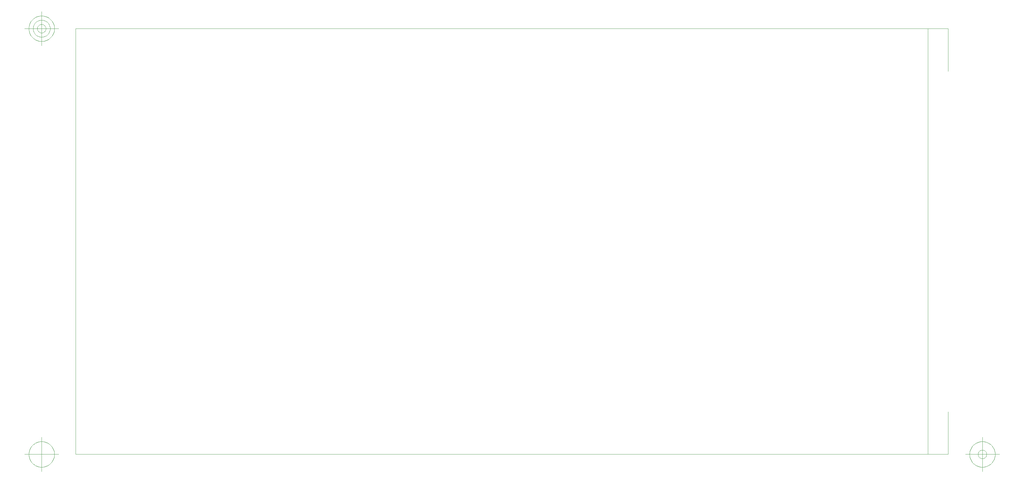
<source format=gbr>
G04 Generated by Ultiboard *
%FSLAX25Y25*%
%MOMM*%

%ADD10C,0.00100*%
%ADD11C,0.10000*%


%LNMechanical Layer 2*%
%LPD*%
%FSLAX25Y25*%
%MOMM*%
G54D10*
X-500000Y12000000D02*
X24500000Y12000000D01*
X24500000Y-500000D02*
X-500000Y-500000D01*
X-500000Y-500000D02*
X-500000Y12000000D01*
X24500000Y12000000D02*
X24500000Y-500000D01*
G54D11*
X-500000Y-500000D02*
X-500000Y750000D01*
X-500000Y-500000D02*
X2059696Y-500000D01*
X25096960Y-500000D02*
X22537264Y-500000D01*
X25096960Y-500000D02*
X25096960Y750000D01*
X25096960Y12000000D02*
X25096960Y10750000D01*
X25096960Y12000000D02*
X22537264Y12000000D01*
X-500000Y12000000D02*
X2059696Y12000000D01*
X-500000Y12000000D02*
X-500000Y10750000D01*
X-1000000Y-500000D02*
X-2000000Y-500000D01*
X-1500000Y-1000000D02*
X-1500000Y0D01*
X-1125000Y-500000D02*
X-1126806Y-463244D01*
X-1126806Y-463244D02*
X-1132206Y-426841D01*
X-1132206Y-426841D02*
X-1141147Y-391143D01*
X-1141147Y-391143D02*
X-1153545Y-356494D01*
X-1153545Y-356494D02*
X-1169280Y-323226D01*
X-1169280Y-323226D02*
X-1188199Y-291661D01*
X-1188199Y-291661D02*
X-1210121Y-262103D01*
X-1210121Y-262103D02*
X-1234835Y-234835D01*
X-1234835Y-234835D02*
X-1262103Y-210121D01*
X-1262103Y-210121D02*
X-1291661Y-188199D01*
X-1291661Y-188199D02*
X-1323226Y-169280D01*
X-1323226Y-169280D02*
X-1356494Y-153545D01*
X-1356494Y-153545D02*
X-1391143Y-141147D01*
X-1391143Y-141147D02*
X-1426841Y-132206D01*
X-1426841Y-132206D02*
X-1463244Y-126806D01*
X-1463244Y-126806D02*
X-1500000Y-125000D01*
X-1500000Y-125000D02*
X-1536756Y-126806D01*
X-1536756Y-126806D02*
X-1573159Y-132206D01*
X-1573159Y-132206D02*
X-1608857Y-141147D01*
X-1608857Y-141147D02*
X-1643506Y-153545D01*
X-1643506Y-153545D02*
X-1676774Y-169280D01*
X-1676774Y-169280D02*
X-1708339Y-188199D01*
X-1708339Y-188199D02*
X-1737897Y-210121D01*
X-1737897Y-210121D02*
X-1765165Y-234835D01*
X-1765165Y-234835D02*
X-1789879Y-262103D01*
X-1789879Y-262103D02*
X-1811801Y-291661D01*
X-1811801Y-291661D02*
X-1830720Y-323226D01*
X-1830720Y-323226D02*
X-1846455Y-356494D01*
X-1846455Y-356494D02*
X-1858853Y-391143D01*
X-1858853Y-391143D02*
X-1867794Y-426841D01*
X-1867794Y-426841D02*
X-1873194Y-463244D01*
X-1873194Y-463244D02*
X-1875000Y-500000D01*
X-1875000Y-500000D02*
X-1873194Y-536756D01*
X-1873194Y-536756D02*
X-1867794Y-573159D01*
X-1867794Y-573159D02*
X-1858853Y-608857D01*
X-1858853Y-608857D02*
X-1846455Y-643506D01*
X-1846455Y-643506D02*
X-1830720Y-676774D01*
X-1830720Y-676774D02*
X-1811801Y-708339D01*
X-1811801Y-708339D02*
X-1789879Y-737897D01*
X-1789879Y-737897D02*
X-1765165Y-765165D01*
X-1765165Y-765165D02*
X-1737897Y-789879D01*
X-1737897Y-789879D02*
X-1708339Y-811801D01*
X-1708339Y-811801D02*
X-1676774Y-830720D01*
X-1676774Y-830720D02*
X-1643506Y-846455D01*
X-1643506Y-846455D02*
X-1608857Y-858853D01*
X-1608857Y-858853D02*
X-1573159Y-867794D01*
X-1573159Y-867794D02*
X-1536756Y-873194D01*
X-1536756Y-873194D02*
X-1500000Y-875000D01*
X-1500000Y-875000D02*
X-1463244Y-873194D01*
X-1463244Y-873194D02*
X-1426841Y-867794D01*
X-1426841Y-867794D02*
X-1391143Y-858853D01*
X-1391143Y-858853D02*
X-1356494Y-846455D01*
X-1356494Y-846455D02*
X-1323226Y-830720D01*
X-1323226Y-830720D02*
X-1291661Y-811801D01*
X-1291661Y-811801D02*
X-1262103Y-789879D01*
X-1262103Y-789879D02*
X-1234835Y-765165D01*
X-1234835Y-765165D02*
X-1210121Y-737897D01*
X-1210121Y-737897D02*
X-1188199Y-708339D01*
X-1188199Y-708339D02*
X-1169280Y-676774D01*
X-1169280Y-676774D02*
X-1153545Y-643506D01*
X-1153545Y-643506D02*
X-1141147Y-608857D01*
X-1141147Y-608857D02*
X-1132206Y-573159D01*
X-1132206Y-573159D02*
X-1126806Y-536756D01*
X-1126806Y-536756D02*
X-1125000Y-500000D01*
X25596960Y-500000D02*
X26596960Y-500000D01*
X26096960Y-1000000D02*
X26096960Y0D01*
X26471960Y-500000D02*
X26470154Y-463244D01*
X26470154Y-463244D02*
X26464754Y-426841D01*
X26464754Y-426841D02*
X26455813Y-391143D01*
X26455813Y-391143D02*
X26443415Y-356494D01*
X26443415Y-356494D02*
X26427680Y-323226D01*
X26427680Y-323226D02*
X26408761Y-291661D01*
X26408761Y-291661D02*
X26386839Y-262103D01*
X26386839Y-262103D02*
X26362125Y-234835D01*
X26362125Y-234835D02*
X26334857Y-210121D01*
X26334857Y-210121D02*
X26305299Y-188199D01*
X26305299Y-188199D02*
X26273734Y-169280D01*
X26273734Y-169280D02*
X26240466Y-153545D01*
X26240466Y-153545D02*
X26205817Y-141147D01*
X26205817Y-141147D02*
X26170119Y-132206D01*
X26170119Y-132206D02*
X26133716Y-126806D01*
X26133716Y-126806D02*
X26096960Y-125000D01*
X26096960Y-125000D02*
X26060204Y-126806D01*
X26060204Y-126806D02*
X26023801Y-132206D01*
X26023801Y-132206D02*
X25988103Y-141147D01*
X25988103Y-141147D02*
X25953454Y-153545D01*
X25953454Y-153545D02*
X25920186Y-169280D01*
X25920186Y-169280D02*
X25888621Y-188199D01*
X25888621Y-188199D02*
X25859063Y-210121D01*
X25859063Y-210121D02*
X25831795Y-234835D01*
X25831795Y-234835D02*
X25807081Y-262103D01*
X25807081Y-262103D02*
X25785159Y-291661D01*
X25785159Y-291661D02*
X25766240Y-323226D01*
X25766240Y-323226D02*
X25750505Y-356494D01*
X25750505Y-356494D02*
X25738107Y-391143D01*
X25738107Y-391143D02*
X25729166Y-426841D01*
X25729166Y-426841D02*
X25723766Y-463244D01*
X25723766Y-463244D02*
X25721960Y-500000D01*
X25721960Y-500000D02*
X25723766Y-536756D01*
X25723766Y-536756D02*
X25729166Y-573159D01*
X25729166Y-573159D02*
X25738107Y-608857D01*
X25738107Y-608857D02*
X25750505Y-643506D01*
X25750505Y-643506D02*
X25766240Y-676774D01*
X25766240Y-676774D02*
X25785159Y-708339D01*
X25785159Y-708339D02*
X25807081Y-737897D01*
X25807081Y-737897D02*
X25831795Y-765165D01*
X25831795Y-765165D02*
X25859063Y-789879D01*
X25859063Y-789879D02*
X25888621Y-811801D01*
X25888621Y-811801D02*
X25920186Y-830720D01*
X25920186Y-830720D02*
X25953454Y-846455D01*
X25953454Y-846455D02*
X25988103Y-858853D01*
X25988103Y-858853D02*
X26023801Y-867794D01*
X26023801Y-867794D02*
X26060204Y-873194D01*
X26060204Y-873194D02*
X26096960Y-875000D01*
X26096960Y-875000D02*
X26133716Y-873194D01*
X26133716Y-873194D02*
X26170119Y-867794D01*
X26170119Y-867794D02*
X26205817Y-858853D01*
X26205817Y-858853D02*
X26240466Y-846455D01*
X26240466Y-846455D02*
X26273734Y-830720D01*
X26273734Y-830720D02*
X26305299Y-811801D01*
X26305299Y-811801D02*
X26334857Y-789879D01*
X26334857Y-789879D02*
X26362125Y-765165D01*
X26362125Y-765165D02*
X26386839Y-737897D01*
X26386839Y-737897D02*
X26408761Y-708339D01*
X26408761Y-708339D02*
X26427680Y-676774D01*
X26427680Y-676774D02*
X26443415Y-643506D01*
X26443415Y-643506D02*
X26455813Y-608857D01*
X26455813Y-608857D02*
X26464754Y-573159D01*
X26464754Y-573159D02*
X26470154Y-536756D01*
X26470154Y-536756D02*
X26471960Y-500000D01*
X26221960Y-500000D02*
X26221358Y-487748D01*
X26221358Y-487748D02*
X26219558Y-475614D01*
X26219558Y-475614D02*
X26216578Y-463715D01*
X26216578Y-463715D02*
X26212445Y-452165D01*
X26212445Y-452165D02*
X26207200Y-441076D01*
X26207200Y-441076D02*
X26200894Y-430554D01*
X26200894Y-430554D02*
X26193586Y-420701D01*
X26193586Y-420701D02*
X26185348Y-411612D01*
X26185348Y-411612D02*
X26176259Y-403374D01*
X26176259Y-403374D02*
X26166406Y-396066D01*
X26166406Y-396066D02*
X26155885Y-389760D01*
X26155885Y-389760D02*
X26144795Y-384515D01*
X26144795Y-384515D02*
X26133246Y-380383D01*
X26133246Y-380383D02*
X26121346Y-377402D01*
X26121346Y-377402D02*
X26109212Y-375602D01*
X26109212Y-375602D02*
X26096960Y-375000D01*
X26096960Y-375000D02*
X26084708Y-375602D01*
X26084708Y-375602D02*
X26072574Y-377402D01*
X26072574Y-377402D02*
X26060675Y-380383D01*
X26060675Y-380383D02*
X26049125Y-384515D01*
X26049125Y-384515D02*
X26038036Y-389760D01*
X26038036Y-389760D02*
X26027514Y-396066D01*
X26027514Y-396066D02*
X26017661Y-403374D01*
X26017661Y-403374D02*
X26008572Y-411612D01*
X26008572Y-411612D02*
X26000334Y-420701D01*
X26000334Y-420701D02*
X25993026Y-430554D01*
X25993026Y-430554D02*
X25986720Y-441076D01*
X25986720Y-441076D02*
X25981475Y-452165D01*
X25981475Y-452165D02*
X25977343Y-463715D01*
X25977343Y-463715D02*
X25974362Y-475614D01*
X25974362Y-475614D02*
X25972562Y-487748D01*
X25972562Y-487748D02*
X25971960Y-500000D01*
X25971960Y-500000D02*
X25972562Y-512252D01*
X25972562Y-512252D02*
X25974362Y-524386D01*
X25974362Y-524386D02*
X25977343Y-536286D01*
X25977343Y-536286D02*
X25981475Y-547835D01*
X25981475Y-547835D02*
X25986720Y-558925D01*
X25986720Y-558925D02*
X25993026Y-569446D01*
X25993026Y-569446D02*
X26000334Y-579299D01*
X26000334Y-579299D02*
X26008572Y-588388D01*
X26008572Y-588388D02*
X26017661Y-596626D01*
X26017661Y-596626D02*
X26027514Y-603934D01*
X26027514Y-603934D02*
X26038036Y-610240D01*
X26038036Y-610240D02*
X26049125Y-615485D01*
X26049125Y-615485D02*
X26060675Y-619618D01*
X26060675Y-619618D02*
X26072574Y-622598D01*
X26072574Y-622598D02*
X26084708Y-624398D01*
X26084708Y-624398D02*
X26096960Y-625000D01*
X26096960Y-625000D02*
X26109212Y-624398D01*
X26109212Y-624398D02*
X26121346Y-622598D01*
X26121346Y-622598D02*
X26133246Y-619618D01*
X26133246Y-619618D02*
X26144795Y-615485D01*
X26144795Y-615485D02*
X26155885Y-610240D01*
X26155885Y-610240D02*
X26166406Y-603934D01*
X26166406Y-603934D02*
X26176259Y-596626D01*
X26176259Y-596626D02*
X26185348Y-588388D01*
X26185348Y-588388D02*
X26193586Y-579299D01*
X26193586Y-579299D02*
X26200894Y-569446D01*
X26200894Y-569446D02*
X26207200Y-558925D01*
X26207200Y-558925D02*
X26212445Y-547835D01*
X26212445Y-547835D02*
X26216578Y-536286D01*
X26216578Y-536286D02*
X26219558Y-524386D01*
X26219558Y-524386D02*
X26221358Y-512252D01*
X26221358Y-512252D02*
X26221960Y-500000D01*
X-1000000Y12000000D02*
X-2000000Y12000000D01*
X-1500000Y11500000D02*
X-1500000Y12500000D01*
X-1125000Y12000000D02*
X-1126806Y12036757D01*
X-1126806Y12036757D02*
X-1132206Y12073159D01*
X-1132206Y12073159D02*
X-1141147Y12108857D01*
X-1141147Y12108857D02*
X-1153545Y12143506D01*
X-1153545Y12143506D02*
X-1169280Y12176774D01*
X-1169280Y12176774D02*
X-1188199Y12208339D01*
X-1188199Y12208339D02*
X-1210121Y12237898D01*
X-1210121Y12237898D02*
X-1234835Y12265165D01*
X-1234835Y12265165D02*
X-1262103Y12289879D01*
X-1262103Y12289879D02*
X-1291661Y12311801D01*
X-1291661Y12311801D02*
X-1323226Y12330721D01*
X-1323226Y12330721D02*
X-1356494Y12346455D01*
X-1356494Y12346455D02*
X-1391143Y12358853D01*
X-1391143Y12358853D02*
X-1426841Y12367795D01*
X-1426841Y12367795D02*
X-1463244Y12373194D01*
X-1463244Y12373194D02*
X-1500000Y12375000D01*
X-1500000Y12375000D02*
X-1536756Y12373194D01*
X-1536756Y12373194D02*
X-1573159Y12367795D01*
X-1573159Y12367795D02*
X-1608857Y12358853D01*
X-1608857Y12358853D02*
X-1643506Y12346455D01*
X-1643506Y12346455D02*
X-1676774Y12330721D01*
X-1676774Y12330721D02*
X-1708339Y12311801D01*
X-1708339Y12311801D02*
X-1737897Y12289879D01*
X-1737897Y12289879D02*
X-1765165Y12265165D01*
X-1765165Y12265165D02*
X-1789879Y12237898D01*
X-1789879Y12237898D02*
X-1811801Y12208339D01*
X-1811801Y12208339D02*
X-1830720Y12176774D01*
X-1830720Y12176774D02*
X-1846455Y12143506D01*
X-1846455Y12143506D02*
X-1858853Y12108857D01*
X-1858853Y12108857D02*
X-1867794Y12073159D01*
X-1867794Y12073159D02*
X-1873194Y12036757D01*
X-1873194Y12036757D02*
X-1875000Y12000000D01*
X-1875000Y12000000D02*
X-1873194Y11963244D01*
X-1873194Y11963244D02*
X-1867794Y11926841D01*
X-1867794Y11926841D02*
X-1858853Y11891143D01*
X-1858853Y11891143D02*
X-1846455Y11856494D01*
X-1846455Y11856494D02*
X-1830720Y11823226D01*
X-1830720Y11823226D02*
X-1811801Y11791661D01*
X-1811801Y11791661D02*
X-1789879Y11762103D01*
X-1789879Y11762103D02*
X-1765165Y11734835D01*
X-1765165Y11734835D02*
X-1737897Y11710121D01*
X-1737897Y11710121D02*
X-1708339Y11688199D01*
X-1708339Y11688199D02*
X-1676774Y11669280D01*
X-1676774Y11669280D02*
X-1643506Y11653545D01*
X-1643506Y11653545D02*
X-1608857Y11641148D01*
X-1608857Y11641148D02*
X-1573159Y11632206D01*
X-1573159Y11632206D02*
X-1536756Y11626806D01*
X-1536756Y11626806D02*
X-1500000Y11625000D01*
X-1500000Y11625000D02*
X-1463244Y11626806D01*
X-1463244Y11626806D02*
X-1426841Y11632206D01*
X-1426841Y11632206D02*
X-1391143Y11641148D01*
X-1391143Y11641148D02*
X-1356494Y11653545D01*
X-1356494Y11653545D02*
X-1323226Y11669280D01*
X-1323226Y11669280D02*
X-1291661Y11688199D01*
X-1291661Y11688199D02*
X-1262103Y11710121D01*
X-1262103Y11710121D02*
X-1234835Y11734835D01*
X-1234835Y11734835D02*
X-1210121Y11762103D01*
X-1210121Y11762103D02*
X-1188199Y11791661D01*
X-1188199Y11791661D02*
X-1169280Y11823226D01*
X-1169280Y11823226D02*
X-1153545Y11856494D01*
X-1153545Y11856494D02*
X-1141147Y11891143D01*
X-1141147Y11891143D02*
X-1132206Y11926841D01*
X-1132206Y11926841D02*
X-1126806Y11963244D01*
X-1126806Y11963244D02*
X-1125000Y12000000D01*
X-1250000Y12000000D02*
X-1251204Y12024504D01*
X-1251204Y12024504D02*
X-1254804Y12048773D01*
X-1254804Y12048773D02*
X-1260765Y12072571D01*
X-1260765Y12072571D02*
X-1269030Y12095671D01*
X-1269030Y12095671D02*
X-1279520Y12117849D01*
X-1279520Y12117849D02*
X-1292133Y12138893D01*
X-1292133Y12138893D02*
X-1306747Y12158598D01*
X-1306747Y12158598D02*
X-1323223Y12176777D01*
X-1323223Y12176777D02*
X-1341402Y12193253D01*
X-1341402Y12193253D02*
X-1361108Y12207868D01*
X-1361108Y12207868D02*
X-1382151Y12220480D01*
X-1382151Y12220480D02*
X-1404329Y12230970D01*
X-1404329Y12230970D02*
X-1427429Y12239235D01*
X-1427429Y12239235D02*
X-1451228Y12245196D01*
X-1451228Y12245196D02*
X-1475496Y12248796D01*
X-1475496Y12248796D02*
X-1500000Y12250000D01*
X-1500000Y12250000D02*
X-1524504Y12248796D01*
X-1524504Y12248796D02*
X-1548773Y12245196D01*
X-1548773Y12245196D02*
X-1572571Y12239235D01*
X-1572571Y12239235D02*
X-1595671Y12230970D01*
X-1595671Y12230970D02*
X-1617849Y12220480D01*
X-1617849Y12220480D02*
X-1638893Y12207868D01*
X-1638893Y12207868D02*
X-1658598Y12193253D01*
X-1658598Y12193253D02*
X-1676777Y12176777D01*
X-1676777Y12176777D02*
X-1693253Y12158598D01*
X-1693253Y12158598D02*
X-1707867Y12138893D01*
X-1707867Y12138893D02*
X-1720480Y12117849D01*
X-1720480Y12117849D02*
X-1730970Y12095671D01*
X-1730970Y12095671D02*
X-1739235Y12072571D01*
X-1739235Y12072571D02*
X-1745196Y12048773D01*
X-1745196Y12048773D02*
X-1748796Y12024504D01*
X-1748796Y12024504D02*
X-1750000Y12000000D01*
X-1750000Y12000000D02*
X-1748796Y11975496D01*
X-1748796Y11975496D02*
X-1745196Y11951228D01*
X-1745196Y11951228D02*
X-1739235Y11927429D01*
X-1739235Y11927429D02*
X-1730970Y11904329D01*
X-1730970Y11904329D02*
X-1720480Y11882151D01*
X-1720480Y11882151D02*
X-1707867Y11861108D01*
X-1707867Y11861108D02*
X-1693253Y11841402D01*
X-1693253Y11841402D02*
X-1676777Y11823223D01*
X-1676777Y11823223D02*
X-1658598Y11806748D01*
X-1658598Y11806748D02*
X-1638893Y11792133D01*
X-1638893Y11792133D02*
X-1617849Y11779520D01*
X-1617849Y11779520D02*
X-1595671Y11769030D01*
X-1595671Y11769030D02*
X-1572571Y11760765D01*
X-1572571Y11760765D02*
X-1548773Y11754804D01*
X-1548773Y11754804D02*
X-1524504Y11751204D01*
X-1524504Y11751204D02*
X-1500000Y11750000D01*
X-1500000Y11750000D02*
X-1475496Y11751204D01*
X-1475496Y11751204D02*
X-1451228Y11754804D01*
X-1451228Y11754804D02*
X-1427429Y11760765D01*
X-1427429Y11760765D02*
X-1404329Y11769030D01*
X-1404329Y11769030D02*
X-1382151Y11779520D01*
X-1382151Y11779520D02*
X-1361108Y11792133D01*
X-1361108Y11792133D02*
X-1341402Y11806748D01*
X-1341402Y11806748D02*
X-1323223Y11823223D01*
X-1323223Y11823223D02*
X-1306747Y11841402D01*
X-1306747Y11841402D02*
X-1292133Y11861108D01*
X-1292133Y11861108D02*
X-1279520Y11882151D01*
X-1279520Y11882151D02*
X-1269030Y11904329D01*
X-1269030Y11904329D02*
X-1260765Y11927429D01*
X-1260765Y11927429D02*
X-1254804Y11951228D01*
X-1254804Y11951228D02*
X-1251204Y11975496D01*
X-1251204Y11975496D02*
X-1250000Y12000000D01*
X-1375000Y12000000D02*
X-1375602Y12012252D01*
X-1375602Y12012252D02*
X-1377402Y12024386D01*
X-1377402Y12024386D02*
X-1380383Y12036286D01*
X-1380383Y12036286D02*
X-1384515Y12047836D01*
X-1384515Y12047836D02*
X-1389760Y12058925D01*
X-1389760Y12058925D02*
X-1396066Y12069446D01*
X-1396066Y12069446D02*
X-1403374Y12079299D01*
X-1403374Y12079299D02*
X-1411612Y12088388D01*
X-1411612Y12088388D02*
X-1420701Y12096626D01*
X-1420701Y12096626D02*
X-1430554Y12103934D01*
X-1430554Y12103934D02*
X-1441076Y12110240D01*
X-1441076Y12110240D02*
X-1452165Y12115485D01*
X-1452165Y12115485D02*
X-1463715Y12119618D01*
X-1463715Y12119618D02*
X-1475614Y12122598D01*
X-1475614Y12122598D02*
X-1487748Y12124398D01*
X-1487748Y12124398D02*
X-1500000Y12125000D01*
X-1500000Y12125000D02*
X-1512252Y12124398D01*
X-1512252Y12124398D02*
X-1524386Y12122598D01*
X-1524386Y12122598D02*
X-1536286Y12119618D01*
X-1536286Y12119618D02*
X-1547835Y12115485D01*
X-1547835Y12115485D02*
X-1558925Y12110240D01*
X-1558925Y12110240D02*
X-1569446Y12103934D01*
X-1569446Y12103934D02*
X-1579299Y12096626D01*
X-1579299Y12096626D02*
X-1588388Y12088388D01*
X-1588388Y12088388D02*
X-1596626Y12079299D01*
X-1596626Y12079299D02*
X-1603934Y12069446D01*
X-1603934Y12069446D02*
X-1610240Y12058925D01*
X-1610240Y12058925D02*
X-1615485Y12047836D01*
X-1615485Y12047836D02*
X-1619618Y12036286D01*
X-1619618Y12036286D02*
X-1622598Y12024386D01*
X-1622598Y12024386D02*
X-1624398Y12012252D01*
X-1624398Y12012252D02*
X-1625000Y12000000D01*
X-1625000Y12000000D02*
X-1624398Y11987748D01*
X-1624398Y11987748D02*
X-1622598Y11975614D01*
X-1622598Y11975614D02*
X-1619618Y11963715D01*
X-1619618Y11963715D02*
X-1615485Y11952165D01*
X-1615485Y11952165D02*
X-1610240Y11941076D01*
X-1610240Y11941076D02*
X-1603934Y11930554D01*
X-1603934Y11930554D02*
X-1596626Y11920701D01*
X-1596626Y11920701D02*
X-1588388Y11911612D01*
X-1588388Y11911612D02*
X-1579299Y11903374D01*
X-1579299Y11903374D02*
X-1569446Y11896066D01*
X-1569446Y11896066D02*
X-1558925Y11889760D01*
X-1558925Y11889760D02*
X-1547835Y11884515D01*
X-1547835Y11884515D02*
X-1536286Y11880383D01*
X-1536286Y11880383D02*
X-1524386Y11877402D01*
X-1524386Y11877402D02*
X-1512252Y11875602D01*
X-1512252Y11875602D02*
X-1500000Y11875000D01*
X-1500000Y11875000D02*
X-1487748Y11875602D01*
X-1487748Y11875602D02*
X-1475614Y11877402D01*
X-1475614Y11877402D02*
X-1463715Y11880383D01*
X-1463715Y11880383D02*
X-1452165Y11884515D01*
X-1452165Y11884515D02*
X-1441076Y11889760D01*
X-1441076Y11889760D02*
X-1430554Y11896066D01*
X-1430554Y11896066D02*
X-1420701Y11903374D01*
X-1420701Y11903374D02*
X-1411612Y11911612D01*
X-1411612Y11911612D02*
X-1403374Y11920701D01*
X-1403374Y11920701D02*
X-1396066Y11930554D01*
X-1396066Y11930554D02*
X-1389760Y11941076D01*
X-1389760Y11941076D02*
X-1384515Y11952165D01*
X-1384515Y11952165D02*
X-1380383Y11963715D01*
X-1380383Y11963715D02*
X-1377402Y11975614D01*
X-1377402Y11975614D02*
X-1375602Y11987748D01*
X-1375602Y11987748D02*
X-1375000Y12000000D01*

M00*

</source>
